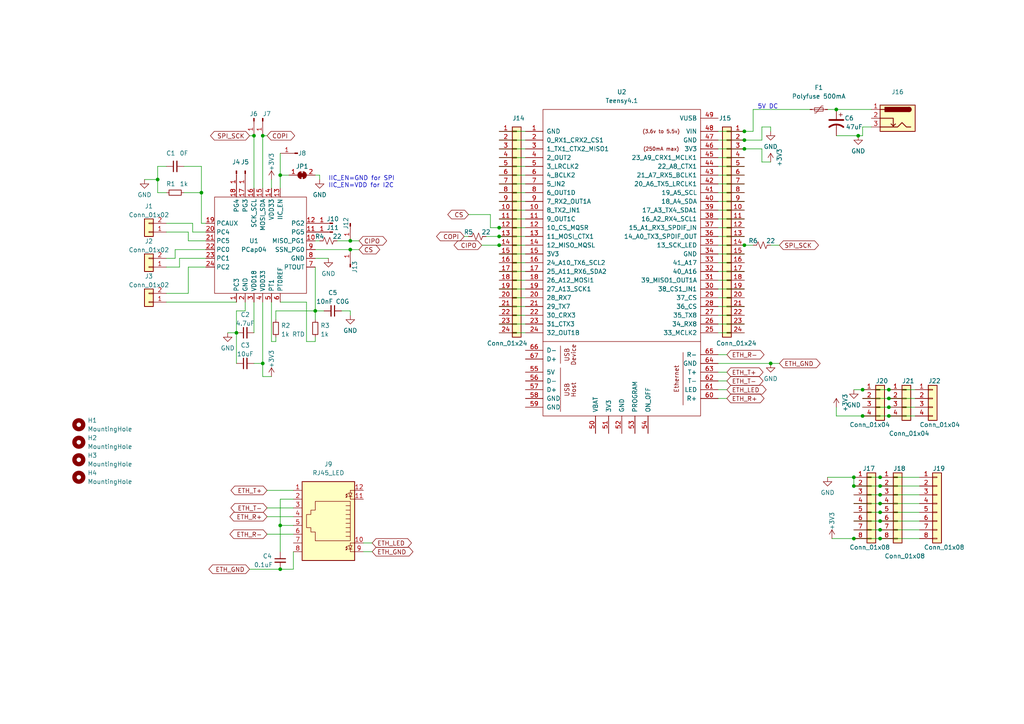
<source format=kicad_sch>
(kicad_sch (version 20211123) (generator eeschema)
  (paper "A4")
  (lib_symbols
    (symbol "C_Small_1" (pin_numbers hide) (pin_names (offset 0.254) hide)
      (property "Reference" "C?" (at 0.0063 5.2619 90))
      (property "Value" "C_Small_1" (at 0.0063 2.725 90))
      (symbol "C_Small_1_1_1"
        (pin passive line (at 0 2.54 270) (length 2.032) (name "~") (number "1"))
        (pin passive line (at 0 -2.54 90) (length 2.032) (name "~") (number "2"))
      )
    )
    (symbol "Connector:Barrel_Jack_Switch_Pin3Ring" (pin_names hide)
      (property "Reference" "J" (at 0 5.334 0))
      (property "Value" "Barrel_Jack_Switch_Pin3Ring" (at 0 -5.08 0))
      (symbol "Barrel_Jack_Switch_Pin3Ring_1_1"
        (pin passive line (at 7.62 2.54 180) (length 2.54) (name "~") (number "1"))
        (pin passive line (at 7.62 0 180) (length 2.54) (name "~") (number "2"))
        (pin passive line (at 7.62 -2.54 180) (length 2.54) (name "~") (number "3"))
      )
    )
    (symbol "Connector:Conn_01x01_Male" (pin_names (offset 1.016) hide)
      (property "Reference" "J" (at 0 2.54 0))
      (property "Value" "Conn_01x01_Male" (at 0 -2.54 0))
      (symbol "Conn_01x01_Male_1_1"
        (pin passive line (at 5.08 0 180) (length 3.81) (name "Pin_1") (number "1"))
      )
    )
    (symbol "Connector:RJ45_LED" (pin_names (offset 1.016))
      (property "Reference" "J" (at -5.08 13.97 0))
      (property "Value" "RJ45_LED" (at 1.27 13.97 0))
      (symbol "RJ45_LED_1_1"
        (pin passive line (at 10.16 -7.62 180) (length 2.54) (name "~") (number "1"))
        (pin passive line (at -10.16 7.62 0) (length 2.54) (name "~") (number "10"))
        (pin passive line (at -10.16 -5.08 0) (length 2.54) (name "~") (number "11"))
        (pin passive line (at -10.16 -7.62 0) (length 2.54) (name "~") (number "12"))
        (pin passive line (at 10.16 -5.08 180) (length 2.54) (name "~") (number "2"))
        (pin passive line (at 10.16 -2.54 180) (length 2.54) (name "~") (number "3"))
        (pin passive line (at 10.16 0 180) (length 2.54) (name "~") (number "4"))
        (pin passive line (at 10.16 2.54 180) (length 2.54) (name "~") (number "5"))
        (pin passive line (at 10.16 5.08 180) (length 2.54) (name "~") (number "6"))
        (pin passive line (at 10.16 7.62 180) (length 2.54) (name "~") (number "7"))
        (pin passive line (at 10.16 10.16 180) (length 2.54) (name "~") (number "8"))
        (pin passive line (at -10.16 10.16 0) (length 2.54) (name "~") (number "9"))
      )
    )
    (symbol "Connector_Generic:Conn_01x02" (pin_names (offset 1.016) hide)
      (property "Reference" "J" (at 0 2.54 0))
      (property "Value" "Conn_01x02" (at 0 -5.08 0))
      (symbol "Conn_01x02_1_1"
        (pin passive line (at -5.08 0 0) (length 3.81) (name "Pin_1") (number "1"))
        (pin passive line (at -5.08 -2.54 0) (length 3.81) (name "Pin_2") (number "2"))
      )
    )
    (symbol "Connector_Generic:Conn_01x04" (pin_names (offset 1.016) hide)
      (property "Reference" "J" (at 0 5.08 0))
      (property "Value" "Conn_01x04" (at 0 -7.62 0))
      (symbol "Conn_01x04_1_1"
        (pin passive line (at -5.08 2.54 0) (length 3.81) (name "Pin_1") (number "1"))
        (pin passive line (at -5.08 0 0) (length 3.81) (name "Pin_2") (number "2"))
        (pin passive line (at -5.08 -2.54 0) (length 3.81) (name "Pin_3") (number "3"))
        (pin passive line (at -5.08 -5.08 0) (length 3.81) (name "Pin_4") (number "4"))
      )
    )
    (symbol "Connector_Generic:Conn_01x08" (pin_names (offset 1.016) hide)
      (property "Reference" "J" (at 0 10.16 0))
      (property "Value" "Conn_01x08" (at 0 -12.7 0))
      (symbol "Conn_01x08_1_1"
        (pin passive line (at -5.08 7.62 0) (length 3.81) (name "Pin_1") (number "1"))
        (pin passive line (at -5.08 5.08 0) (length 3.81) (name "Pin_2") (number "2"))
        (pin passive line (at -5.08 2.54 0) (length 3.81) (name "Pin_3") (number "3"))
        (pin passive line (at -5.08 0 0) (length 3.81) (name "Pin_4") (number "4"))
        (pin passive line (at -5.08 -2.54 0) (length 3.81) (name "Pin_5") (number "5"))
        (pin passive line (at -5.08 -5.08 0) (length 3.81) (name "Pin_6") (number "6"))
        (pin passive line (at -5.08 -7.62 0) (length 3.81) (name "Pin_7") (number "7"))
        (pin passive line (at -5.08 -10.16 0) (length 3.81) (name "Pin_8") (number "8"))
      )
    )
    (symbol "Connector_Generic:Conn_01x24" (pin_names (offset 1.016) hide)
      (property "Reference" "J" (at 0 30.48 0))
      (property "Value" "Conn_01x24" (at 0 -33.02 0))
      (symbol "Conn_01x24_1_1"
        (pin passive line (at -5.08 27.94 0) (length 3.81) (name "Pin_1") (number "1"))
        (pin passive line (at -5.08 5.08 0) (length 3.81) (name "Pin_10") (number "10"))
        (pin passive line (at -5.08 2.54 0) (length 3.81) (name "Pin_11") (number "11"))
        (pin passive line (at -5.08 0 0) (length 3.81) (name "Pin_12") (number "12"))
        (pin passive line (at -5.08 -2.54 0) (length 3.81) (name "Pin_13") (number "13"))
        (pin passive line (at -5.08 -5.08 0) (length 3.81) (name "Pin_14") (number "14"))
        (pin passive line (at -5.08 -7.62 0) (length 3.81) (name "Pin_15") (number "15"))
        (pin passive line (at -5.08 -10.16 0) (length 3.81) (name "Pin_16") (number "16"))
        (pin passive line (at -5.08 -12.7 0) (length 3.81) (name "Pin_17") (number "17"))
        (pin passive line (at -5.08 -15.24 0) (length 3.81) (name "Pin_18") (number "18"))
        (pin passive line (at -5.08 -17.78 0) (length 3.81) (name "Pin_19") (number "19"))
        (pin passive line (at -5.08 25.4 0) (length 3.81) (name "Pin_2") (number "2"))
        (pin passive line (at -5.08 -20.32 0) (length 3.81) (name "Pin_20") (number "20"))
        (pin passive line (at -5.08 -22.86 0) (length 3.81) (name "Pin_21") (number "21"))
        (pin passive line (at -5.08 -25.4 0) (length 3.81) (name "Pin_22") (number "22"))
        (pin passive line (at -5.08 -27.94 0) (length 3.81) (name "Pin_23") (number "23"))
        (pin passive line (at -5.08 -30.48 0) (length 3.81) (name "Pin_24") (number "24"))
        (pin passive line (at -5.08 22.86 0) (length 3.81) (name "Pin_3") (number "3"))
        (pin passive line (at -5.08 20.32 0) (length 3.81) (name "Pin_4") (number "4"))
        (pin passive line (at -5.08 17.78 0) (length 3.81) (name "Pin_5") (number "5"))
        (pin passive line (at -5.08 15.24 0) (length 3.81) (name "Pin_6") (number "6"))
        (pin passive line (at -5.08 12.7 0) (length 3.81) (name "Pin_7") (number "7"))
        (pin passive line (at -5.08 10.16 0) (length 3.81) (name "Pin_8") (number "8"))
        (pin passive line (at -5.08 7.62 0) (length 3.81) (name "Pin_9") (number "9"))
      )
    )
    (symbol "Device:C_Polarized_US" (pin_numbers hide) (pin_names (offset 0.254) hide)
      (property "Reference" "C" (at 0.635 2.54 0))
      (property "Value" "C_Polarized_US" (at 0.635 -2.54 0))
      (symbol "C_Polarized_US_1_1"
        (pin passive line (at 0 3.81 270) (length 2.794) (name "~") (number "1"))
        (pin passive line (at 0 -3.81 90) (length 3.302) (name "~") (number "2"))
      )
    )
    (symbol "Device:C_Small" (pin_numbers hide) (pin_names (offset 0.254) hide)
      (property "Reference" "C" (at 0.254 1.778 0))
      (property "Value" "C_Small" (at 0.254 -2.032 0))
      (symbol "C_Small_1_1"
        (pin passive line (at 0 2.54 270) (length 2.032) (name "~") (number "1"))
        (pin passive line (at 0 -2.54 90) (length 2.032) (name "~") (number "2"))
      )
    )
    (symbol "Device:Polyfuse_Small" (pin_numbers hide) (pin_names (offset 0))
      (property "Reference" "F" (at -1.905 0 90))
      (property "Value" "Polyfuse_Small" (at 1.905 0 90))
      (symbol "Polyfuse_Small_1_1"
        (pin passive line (at 0 2.54 270) (length 0.635) (name "~") (number "1"))
        (pin passive line (at 0 -2.54 90) (length 0.635) (name "~") (number "2"))
      )
    )
    (symbol "Device:R_Small" (pin_numbers hide) (pin_names (offset 0.254) hide)
      (property "Reference" "R" (at 0.762 0.508 0))
      (property "Value" "R_Small" (at 0.762 -1.016 0))
      (symbol "R_Small_1_1"
        (pin passive line (at 0 2.54 270) (length 0.762) (name "~") (number "1"))
        (pin passive line (at 0 -2.54 90) (length 0.762) (name "~") (number "2"))
      )
    )
    (symbol "Device:R_Small_US" (pin_numbers hide) (pin_names (offset 0.254) hide)
      (property "Reference" "R" (at 0.762 0.508 0))
      (property "Value" "R_Small_US" (at 0.762 -1.016 0))
      (symbol "R_Small_US_1_1"
        (pin passive line (at 0 2.54 270) (length 1.016) (name "~") (number "1"))
        (pin passive line (at 0 -2.54 90) (length 1.016) (name "~") (number "2"))
      )
    )
    (symbol "Jumper:SolderJumper_2_Bridged" (pin_names (offset 0) hide)
      (property "Reference" "JP" (at 0 2.032 0))
      (property "Value" "SolderJumper_2_Bridged" (at 0 -2.54 0))
      (symbol "SolderJumper_2_Bridged_1_1"
        (pin passive line (at -3.81 0 0) (length 2.54) (name "A") (number "1"))
        (pin passive line (at 3.81 0 180) (length 2.54) (name "B") (number "2"))
      )
    )
    (symbol "Mechanical:MountingHole" (pin_names (offset 1.016))
      (property "Reference" "H" (at 0 5.08 0))
      (property "Value" "MountingHole" (at 0 3.175 0))
    )
    (symbol "Teensy:Teensy4.1" (pin_names (offset 1.016))
      (property "Reference" "U" (at 0 64.77 0))
      (property "Value" "Teensy4.1" (at 0 62.23 0))
      (symbol "Teensy4.1_0_0"
        (text "(250mA max)" (at 11.43 49.53 0) (effects (font (size 1.016 1.016))))
        (text "(3.6v to 5.5v)" (at 11.43 54.61 0) (effects (font (size 1.016 1.016))))
        (text "Device" (at -13.97 -10.16 900) (effects (font (size 1.27 1.27))))
        (text "Ethernet" (at 15.875 -17.145 900) (effects (font (size 1.27 1.27))))
        (text "Host" (at -13.97 -20.32 900) (effects (font (size 1.27 1.27))))
        (text "USB" (at -15.875 -20.32 900) (effects (font (size 1.27 1.27))))
        (text "USB" (at -15.875 -10.16 900) (effects (font (size 1.27 1.27))))
        (pin bidirectional line (at -27.94 31.75 0) (length 5.08) (name "8_TX2_IN1") (number "10"))
        (pin bidirectional line (at -27.94 29.21 0) (length 5.08) (name "9_OUT1C") (number "11"))
        (pin bidirectional line (at -27.94 26.67 0) (length 5.08) (name "10_CS_MQSR") (number "12"))
        (pin bidirectional line (at -27.94 24.13 0) (length 5.08) (name "11_MOSI_CTX1") (number "13"))
        (pin bidirectional line (at -27.94 21.59 0) (length 5.08) (name "12_MISO_MQSL") (number "14"))
        (pin power_in line (at -27.94 19.05 0) (length 5.08) (name "3V3") (number "15"))
        (pin bidirectional line (at -27.94 16.51 0) (length 5.08) (name "24_A10_TX6_SCL2") (number "16"))
        (pin bidirectional line (at -27.94 13.97 0) (length 5.08) (name "25_A11_RX6_SDA2") (number "17"))
        (pin bidirectional line (at -27.94 11.43 0) (length 5.08) (name "26_A12_MOSI1") (number "18"))
        (pin bidirectional line (at -27.94 8.89 0) (length 5.08) (name "27_A13_SCK1") (number "19"))
        (pin bidirectional line (at -27.94 6.35 0) (length 5.08) (name "28_RX7") (number "20"))
        (pin bidirectional line (at -27.94 3.81 0) (length 5.08) (name "29_TX7") (number "21"))
        (pin bidirectional line (at -27.94 1.27 0) (length 5.08) (name "30_CRX3") (number "22"))
        (pin bidirectional line (at -27.94 -1.27 0) (length 5.08) (name "31_CTX3") (number "23"))
        (pin bidirectional line (at -27.94 -3.81 0) (length 5.08) (name "32_OUT1B") (number "24"))
        (pin bidirectional line (at 27.94 -3.81 180) (length 5.08) (name "33_MCLK2") (number "25"))
        (pin bidirectional line (at 27.94 -1.27 180) (length 5.08) (name "34_RX8") (number "26"))
        (pin bidirectional line (at 27.94 1.27 180) (length 5.08) (name "35_TX8") (number "27"))
        (pin bidirectional line (at 27.94 3.81 180) (length 5.08) (name "36_CS") (number "28"))
        (pin bidirectional line (at 27.94 6.35 180) (length 5.08) (name "37_CS") (number "29"))
        (pin bidirectional line (at 27.94 8.89 180) (length 5.08) (name "38_CS1_IN1") (number "30"))
        (pin bidirectional line (at 27.94 11.43 180) (length 5.08) (name "39_MISO1_OUT1A") (number "31"))
        (pin bidirectional line (at 27.94 13.97 180) (length 5.08) (name "40_A16") (number "32"))
        (pin bidirectional line (at 27.94 16.51 180) (length 5.08) (name "41_A17") (number "33"))
        (pin bidirectional line (at 27.94 21.59 180) (length 5.08) (name "13_SCK_LED") (number "35"))
        (pin bidirectional line (at 27.94 24.13 180) (length 5.08) (name "14_A0_TX3_SPDIF_OUT") (number "36"))
        (pin bidirectional line (at 27.94 26.67 180) (length 5.08) (name "15_A1_RX3_SPDIF_IN") (number "37"))
        (pin bidirectional line (at 27.94 29.21 180) (length 5.08) (name "16_A2_RX4_SCL1") (number "38"))
        (pin bidirectional line (at 27.94 31.75 180) (length 5.08) (name "17_A3_TX4_SDA1") (number "39"))
        (pin bidirectional line (at 27.94 34.29 180) (length 5.08) (name "18_A4_SDA") (number "40"))
        (pin bidirectional line (at 27.94 36.83 180) (length 5.08) (name "19_A5_SCL") (number "41"))
        (pin bidirectional line (at 27.94 39.37 180) (length 5.08) (name "20_A6_TX5_LRCLK1") (number "42"))
        (pin bidirectional line (at 27.94 41.91 180) (length 5.08) (name "21_A7_RX5_BCLK1") (number "43"))
        (pin bidirectional line (at 27.94 44.45 180) (length 5.08) (name "22_A8_CTX1") (number "44"))
        (pin bidirectional line (at 27.94 46.99 180) (length 5.08) (name "23_A9_CRX1_MCLK1") (number "45"))
        (pin output line (at 27.94 49.53 180) (length 5.08) (name "3V3") (number "46"))
        (pin output line (at 27.94 52.07 180) (length 5.08) (name "GND") (number "47"))
        (pin power_in line (at 27.94 54.61 180) (length 5.08) (name "VIN") (number "48"))
        (pin power_out line (at 27.94 58.42 180) (length 5.08) (name "VUSB") (number "49"))
        (pin bidirectional line (at -27.94 44.45 0) (length 5.08) (name "3_LRCLK2") (number "5"))
        (pin power_in line (at -7.62 -33.02 90) (length 5.08) (name "VBAT") (number "50"))
        (pin power_in line (at -3.81 -33.02 90) (length 5.08) (name "3V3") (number "51"))
        (pin input line (at 0 -33.02 90) (length 5.08) (name "GND") (number "52"))
        (pin input line (at 3.81 -33.02 90) (length 5.08) (name "PROGRAM") (number "53"))
        (pin input line (at 7.62 -33.02 90) (length 5.08) (name "ON_OFF") (number "54"))
        (pin power_out line (at -27.94 -15.24 0) (length 5.08) (name "5V") (number "55"))
        (pin bidirectional line (at -27.94 -17.78 0) (length 5.08) (name "D-") (number "56"))
        (pin bidirectional line (at -27.94 -20.32 0) (length 5.08) (name "D+") (number "57"))
        (pin power_in line (at -27.94 -22.86 0) (length 5.08) (name "GND") (number "58"))
        (pin power_in line (at -27.94 -25.4 0) (length 5.08) (name "GND") (number "59"))
        (pin bidirectional line (at -27.94 41.91 0) (length 5.08) (name "4_BCLK2") (number "6"))
        (pin bidirectional line (at 27.94 -22.86 180) (length 5.08) (name "R+") (number "60"))
        (pin bidirectional line (at 27.94 -20.32 180) (length 5.08) (name "LED") (number "61"))
        (pin bidirectional line (at 27.94 -17.78 180) (length 5.08) (name "T-") (number "62"))
        (pin bidirectional line (at 27.94 -15.24 180) (length 5.08) (name "T+") (number "63"))
        (pin power_in line (at 27.94 -12.7 180) (length 5.08) (name "GND") (number "64"))
        (pin bidirectional line (at 27.94 -10.16 180) (length 5.08) (name "R-") (number "65"))
        (pin bidirectional line (at -27.94 -8.89 0) (length 5.08) (name "D-") (number "66"))
        (pin bidirectional line (at -27.94 -11.43 0) (length 5.08) (name "D+") (number "67"))
        (pin bidirectional line (at -27.94 39.37 0) (length 5.08) (name "5_IN2") (number "7"))
        (pin bidirectional line (at -27.94 36.83 0) (length 5.08) (name "6_OUT1D") (number "8"))
        (pin bidirectional line (at -27.94 34.29 0) (length 5.08) (name "7_RX2_OUT1A") (number "9"))
      )
      (symbol "Teensy4.1_1_1"
        (pin power_in line (at -27.94 54.61 0) (length 5.08) (name "GND") (number "1"))
        (pin bidirectional line (at -27.94 52.07 0) (length 5.08) (name "0_RX1_CRX2_CS1") (number "2"))
        (pin bidirectional line (at -27.94 49.53 0) (length 5.08) (name "1_TX1_CTX2_MISO1") (number "3"))
        (pin power_in line (at 27.94 19.05 180) (length 5.08) (name "GND") (number "34"))
        (pin bidirectional line (at -27.94 46.99 0) (length 5.08) (name "2_OUT2") (number "4"))
      )
    )
    (symbol "TeensyPicoCap4:PCap04"
      (property "Reference" "U" (at -1.27 -2.54 0))
      (property "Value" "PCap04" (at -1.27 2.54 0))
      (symbol "PCap04_1_1"
        (pin input line (at -6.35 -16.51 90) (length 2.54) (name "PC3") (number "1"))
        (pin input line (at 16.51 1.27 180) (length 2.54) (name "MISO_PG1") (number "10"))
        (pin input line (at 16.51 3.81 180) (length 2.54) (name "PG5") (number "11"))
        (pin input line (at 16.51 6.35 180) (length 2.54) (name "PG2") (number "12"))
        (pin input line (at 6.35 16.51 270) (length 2.54) (name "IIC_EN") (number "13"))
        (pin input line (at 3.81 16.51 270) (length 2.54) (name "VDD33") (number "14"))
        (pin input line (at 1.27 16.51 270) (length 2.54) (name "MOSI_SDA") (number "15"))
        (pin input line (at -1.27 16.51 270) (length 2.54) (name "SCK_SCL") (number "16"))
        (pin input line (at -3.81 16.51 270) (length 2.54) (name "PG3") (number "17"))
        (pin input line (at -6.35 16.51 270) (length 2.54) (name "PG4") (number "18"))
        (pin input line (at -15.24 6.35 0) (length 2.54) (name "PCAUX") (number "19"))
        (pin input line (at -3.81 -16.51 90) (length 2.54) (name "GND") (number "2"))
        (pin input line (at -15.24 3.81 0) (length 2.54) (name "PC4") (number "20"))
        (pin input line (at -15.24 1.27 0) (length 2.54) (name "PC5") (number "21"))
        (pin input line (at -15.24 -1.27 0) (length 2.54) (name "PC0") (number "22"))
        (pin input line (at -15.24 -3.81 0) (length 2.54) (name "PC1") (number "23"))
        (pin input line (at -15.24 -6.35 0) (length 2.54) (name "PC2") (number "24"))
        (pin input line (at -1.27 -16.51 90) (length 2.54) (name "VDD18") (number "3"))
        (pin input line (at 1.27 -16.51 90) (length 2.54) (name "VDD33") (number "4"))
        (pin input line (at 3.81 -16.51 90) (length 2.54) (name "PT1") (number "5"))
        (pin input line (at 6.35 -16.51 90) (length 2.54) (name "PT0REF") (number "6"))
        (pin output line (at 16.51 -6.35 180) (length 2.54) (name "PTOUT") (number "7"))
        (pin input line (at 16.51 -3.81 180) (length 2.54) (name "GND") (number "8"))
        (pin input line (at 16.51 -1.27 180) (length 2.54) (name "SSN_PG0") (number "9"))
      )
    )
    (symbol "power:+3V3" (power) (pin_names (offset 0))
      (property "Value" "+3V3" (at 0 3.556 0))
      (symbol "+3V3_1_1"
        (pin power_in line (at 0 0 90) (length 0) hide (name "+3V3") (number "1"))
      )
    )
    (symbol "power:GND" (power) (pin_names (offset 0))
      (property "Value" "GND" (at 0 -3.81 0))
      (symbol "GND_1_1"
        (pin power_in line (at 0 0 270) (length 0) hide (name "GND") (number "1"))
      )
    )
  )
  (junction (at 144.78 71.12))
  (junction (at 257.81 115.57))
  (junction (at 257.81 120.65))
  (junction (at 81.28 165.1))
  (junction (at 101.6 72.39))
  (junction (at 215.9 43.18))
  (junction (at 250.19 113.03))
  (junction (at 144.78 68.58))
  (junction (at 257.81 113.03))
  (junction (at 215.9 71.12))
  (junction (at 68.58 96.52))
  (junction (at 45.72 52.07))
  (junction (at 81.28 152.4))
  (junction (at 255.27 140.97))
  (junction (at 215.9 40.64))
  (junction (at 73.66 39.37))
  (junction (at 58.42 55.88))
  (junction (at 144.78 66.04))
  (junction (at 91.44 90.17))
  (junction (at 255.27 151.13))
  (junction (at 255.27 156.21))
  (junction (at 76.2 105.41))
  (junction (at 215.9 38.1))
  (junction (at 247.65 156.21))
  (junction (at 255.27 148.59))
  (junction (at 255.27 138.43))
  (junction (at 255.27 153.67))
  (junction (at 255.27 146.05))
  (junction (at 247.65 138.43))
  (junction (at 255.27 143.51))
  (junction (at 248.92 39.37))
  (junction (at 81.28 50.8))
  (junction (at 250.19 120.65))
  (junction (at 76.2 39.37))
  (junction (at 242.57 31.75))
  (junction (at 257.81 118.11))
  (junction (at 101.6 69.85))
  (junction (at 247.65 140.97))
  (junction (at 223.52 105.41))
  (wire (pts (xy 257.81 115.57) (xy 265.43 115.57)))
  (wire (pts (xy 55.88 67.31) (xy 55.88 64.77)))
  (wire (pts (xy 81.28 50.8) (xy 83.82 50.8)))
  (wire (pts (xy 45.72 52.07) (xy 45.72 55.88)))
  (wire (pts (xy 71.12 87.63) (xy 71.12 90.17)))
  (wire (pts (xy 77.47 147.32) (xy 85.09 147.32)))
  (wire (pts (xy 80.01 92.71) (xy 80.01 90.17)))
  (wire (pts (xy 81.28 50.8) (xy 81.28 54.61)))
  (wire (pts (xy 208.28 107.95) (xy 210.82 107.95)))
  (wire (pts (xy 250.19 36.83) (xy 250.19 39.37)))
  (wire (pts (xy 91.44 50.8) (xy 92.71 50.8)))
  (wire (pts (xy 255.27 153.67) (xy 266.7 153.67)))
  (wire (pts (xy 208.28 53.34) (xy 215.9 53.34)))
  (wire (pts (xy 72.39 39.37) (xy 73.66 39.37)))
  (wire (pts (xy 208.28 55.88) (xy 215.9 55.88)))
  (wire (pts (xy 134.62 68.58) (xy 135.89 68.58)))
  (wire (pts (xy 241.3 156.21) (xy 247.65 156.21)))
  (wire (pts (xy 250.19 39.37) (xy 248.92 39.37)))
  (wire (pts (xy 255.27 156.21) (xy 266.7 156.21)))
  (wire (pts (xy 250.19 120.65) (xy 257.81 120.65)))
  (wire (pts (xy 208.28 68.58) (xy 215.9 68.58)))
  (wire (pts (xy 208.28 78.74) (xy 215.9 78.74)))
  (wire (pts (xy 144.78 66.04) (xy 152.4 66.04)))
  (wire (pts (xy 144.78 73.66) (xy 152.4 73.66)))
  (wire (pts (xy 247.65 140.97) (xy 255.27 140.97)))
  (wire (pts (xy 247.65 138.43) (xy 255.27 138.43)))
  (wire (pts (xy 144.78 48.26) (xy 152.4 48.26)))
  (wire (pts (xy 220.98 46.99) (xy 220.98 43.18)))
  (wire (pts (xy 88.9 99.06) (xy 88.9 87.63)))
  (wire (pts (xy 144.78 86.36) (xy 152.4 86.36)))
  (wire (pts (xy 48.26 67.31) (xy 54.61 67.31)))
  (wire (pts (xy 101.6 72.39) (xy 104.14 72.39)))
  (wire (pts (xy 78.74 109.22) (xy 76.2 109.22)))
  (wire (pts (xy 54.61 85.09) (xy 54.61 77.47)))
  (wire (pts (xy 91.44 74.93) (xy 95.25 74.93)))
  (wire (pts (xy 208.28 88.9) (xy 215.9 88.9)))
  (wire (pts (xy 208.28 102.87) (xy 210.82 102.87)))
  (wire (pts (xy 144.78 68.58) (xy 152.4 68.58)))
  (wire (pts (xy 144.78 96.52) (xy 152.4 96.52)))
  (wire (pts (xy 85.09 165.1) (xy 85.09 160.02)))
  (wire (pts (xy 247.65 156.21) (xy 255.27 156.21)))
  (wire (pts (xy 208.28 50.8) (xy 215.9 50.8)))
  (wire (pts (xy 257.81 113.03) (xy 265.43 113.03)))
  (wire (pts (xy 144.78 40.64) (xy 152.4 40.64)))
  (wire (pts (xy 135.89 62.23) (xy 142.24 62.23)))
  (wire (pts (xy 81.28 152.4) (xy 81.28 160.02)))
  (wire (pts (xy 144.78 63.5) (xy 152.4 63.5)))
  (wire (pts (xy 76.2 39.37) (xy 77.47 39.37)))
  (wire (pts (xy 247.65 148.59) (xy 255.27 148.59)))
  (wire (pts (xy 142.24 66.04) (xy 144.78 66.04)))
  (wire (pts (xy 208.28 91.44) (xy 215.9 91.44)))
  (wire (pts (xy 80.01 97.79) (xy 80.01 99.06)))
  (wire (pts (xy 208.28 76.2) (xy 215.9 76.2)))
  (wire (pts (xy 66.04 96.52) (xy 68.58 96.52)))
  (wire (pts (xy 80.01 90.17) (xy 91.44 90.17)))
  (wire (pts (xy 257.81 118.11) (xy 265.43 118.11)))
  (wire (pts (xy 105.41 160.02) (xy 107.95 160.02)))
  (wire (pts (xy 48.26 87.63) (xy 68.58 87.63)))
  (wire (pts (xy 91.44 90.17) (xy 93.98 90.17)))
  (wire (pts (xy 73.66 87.63) (xy 73.66 96.52)))
  (wire (pts (xy 54.61 69.85) (xy 59.69 69.85)))
  (wire (pts (xy 91.44 97.79) (xy 91.44 99.06)))
  (wire (pts (xy 208.28 58.42) (xy 215.9 58.42)))
  (wire (pts (xy 218.44 31.75) (xy 234.95 31.75)))
  (wire (pts (xy 92.71 50.8) (xy 92.71 52.07)))
  (wire (pts (xy 68.58 96.52) (xy 68.58 105.41)))
  (wire (pts (xy 208.28 113.03) (xy 210.82 113.03)))
  (wire (pts (xy 144.78 43.18) (xy 152.4 43.18)))
  (wire (pts (xy 252.73 31.75) (xy 242.57 31.75)))
  (wire (pts (xy 208.28 63.5) (xy 215.9 63.5)))
  (wire (pts (xy 144.78 76.2) (xy 152.4 76.2)))
  (wire (pts (xy 208.28 115.57) (xy 210.82 115.57)))
  (wire (pts (xy 223.52 46.99) (xy 220.98 46.99)))
  (wire (pts (xy 45.72 55.88) (xy 48.26 55.88)))
  (wire (pts (xy 215.9 38.1) (xy 218.44 38.1)))
  (wire (pts (xy 88.9 87.63) (xy 81.28 87.63)))
  (wire (pts (xy 247.65 151.13) (xy 255.27 151.13)))
  (wire (pts (xy 255.27 140.97) (xy 266.7 140.97)))
  (wire (pts (xy 144.78 45.72) (xy 152.4 45.72)))
  (wire (pts (xy 76.2 39.37) (xy 76.2 54.61)))
  (wire (pts (xy 78.74 99.06) (xy 78.74 87.63)))
  (wire (pts (xy 91.44 72.39) (xy 101.6 72.39)))
  (wire (pts (xy 101.6 90.17) (xy 101.6 91.44)))
  (wire (pts (xy 208.28 73.66) (xy 215.9 73.66)))
  (wire (pts (xy 250.19 118.11) (xy 257.81 118.11)))
  (wire (pts (xy 144.78 78.74) (xy 152.4 78.74)))
  (wire (pts (xy 81.28 144.78) (xy 81.28 152.4)))
  (wire (pts (xy 144.78 81.28) (xy 152.4 81.28)))
  (wire (pts (xy 73.66 39.37) (xy 73.66 54.61)))
  (wire (pts (xy 144.78 91.44) (xy 152.4 91.44)))
  (wire (pts (xy 255.27 146.05) (xy 266.7 146.05)))
  (wire (pts (xy 77.47 142.24) (xy 85.09 142.24)))
  (wire (pts (xy 101.6 69.85) (xy 104.14 69.85)))
  (wire (pts (xy 85.09 144.78) (xy 81.28 144.78)))
  (wire (pts (xy 80.01 99.06) (xy 78.74 99.06)))
  (wire (pts (xy 48.26 74.93) (xy 50.8 74.93)))
  (wire (pts (xy 59.69 67.31) (xy 55.88 67.31)))
  (wire (pts (xy 208.28 105.41) (xy 223.52 105.41)))
  (wire (pts (xy 91.44 90.17) (xy 91.44 92.71)))
  (wire (pts (xy 54.61 77.47) (xy 59.69 77.47)))
  (wire (pts (xy 248.92 39.37) (xy 242.57 39.37)))
  (wire (pts (xy 215.9 40.64) (xy 220.98 40.64)))
  (wire (pts (xy 242.57 118.11) (xy 242.57 120.65)))
  (wire (pts (xy 142.24 62.23) (xy 142.24 66.04)))
  (wire (pts (xy 97.79 69.85) (xy 101.6 69.85)))
  (wire (pts (xy 255.27 151.13) (xy 266.7 151.13)))
  (wire (pts (xy 208.28 83.82) (xy 215.9 83.82)))
  (wire (pts (xy 208.28 40.64) (xy 215.9 40.64)))
  (wire (pts (xy 71.12 90.17) (xy 68.58 90.17)))
  (wire (pts (xy 240.03 31.75) (xy 242.57 31.75)))
  (wire (pts (xy 50.8 72.39) (xy 59.69 72.39)))
  (wire (pts (xy 76.2 109.22) (xy 76.2 105.41)))
  (wire (pts (xy 218.44 38.1) (xy 218.44 31.75)))
  (wire (pts (xy 250.19 113.03) (xy 257.81 113.03)))
  (wire (pts (xy 144.78 50.8) (xy 152.4 50.8)))
  (wire (pts (xy 223.52 71.12) (xy 226.06 71.12)))
  (wire (pts (xy 144.78 88.9) (xy 152.4 88.9)))
  (wire (pts (xy 208.28 45.72) (xy 215.9 45.72)))
  (wire (pts (xy 208.28 60.96) (xy 215.9 60.96)))
  (wire (pts (xy 48.26 77.47) (xy 52.07 77.47)))
  (wire (pts (xy 58.42 48.26) (xy 58.42 55.88)))
  (wire (pts (xy 76.2 87.63) (xy 76.2 105.41)))
  (wire (pts (xy 54.61 67.31) (xy 54.61 69.85)))
  (wire (pts (xy 255.27 143.51) (xy 266.7 143.51)))
  (wire (pts (xy 91.44 69.85) (xy 92.71 69.85)))
  (wire (pts (xy 139.7 71.12) (xy 144.78 71.12)))
  (wire (pts (xy 144.78 71.12) (xy 152.4 71.12)))
  (wire (pts (xy 45.72 48.26) (xy 45.72 52.07)))
  (wire (pts (xy 144.78 83.82) (xy 152.4 83.82)))
  (wire (pts (xy 252.73 36.83) (xy 250.19 36.83)))
  (wire (pts (xy 247.65 153.67) (xy 255.27 153.67)))
  (wire (pts (xy 144.78 53.34) (xy 152.4 53.34)))
  (wire (pts (xy 144.78 55.88) (xy 152.4 55.88)))
  (wire (pts (xy 77.47 154.94) (xy 85.09 154.94)))
  (wire (pts (xy 81.28 44.45) (xy 81.28 50.8)))
  (wire (pts (xy 144.78 58.42) (xy 152.4 58.42)))
  (wire (pts (xy 208.28 38.1) (xy 215.9 38.1)))
  (wire (pts (xy 58.42 64.77) (xy 59.69 64.77)))
  (wire (pts (xy 78.74 52.07) (xy 78.74 54.61)))
  (wire (pts (xy 68.58 90.17) (xy 68.58 96.52)))
  (wire (pts (xy 255.27 138.43) (xy 266.7 138.43)))
  (wire (pts (xy 255.27 148.59) (xy 266.7 148.59)))
  (wire (pts (xy 99.06 90.17) (xy 101.6 90.17)))
  (wire (pts (xy 105.41 157.48) (xy 107.95 157.48)))
  (wire (pts (xy 208.28 48.26) (xy 215.9 48.26)))
  (wire (pts (xy 247.65 113.03) (xy 250.19 113.03)))
  (wire (pts (xy 48.26 48.26) (xy 45.72 48.26)))
  (wire (pts (xy 85.09 152.4) (xy 81.28 152.4)))
  (wire (pts (xy 208.28 66.04) (xy 215.9 66.04)))
  (wire (pts (xy 144.78 38.1) (xy 152.4 38.1)))
  (wire (pts (xy 257.81 120.65) (xy 265.43 120.65)))
  (wire (pts (xy 240.03 138.43) (xy 247.65 138.43)))
  (wire (pts (xy 208.28 93.98) (xy 215.9 93.98)))
  (wire (pts (xy 59.69 74.93) (xy 52.07 74.93)))
  (wire (pts (xy 223.52 36.83) (xy 223.52 38.1)))
  (wire (pts (xy 91.44 77.47) (xy 91.44 90.17)))
  (wire (pts (xy 220.98 40.64) (xy 220.98 36.83)))
  (wire (pts (xy 223.52 105.41) (xy 226.06 105.41)))
  (wire (pts (xy 208.28 43.18) (xy 215.9 43.18)))
  (wire (pts (xy 144.78 60.96) (xy 152.4 60.96)))
  (wire (pts (xy 81.28 165.1) (xy 85.09 165.1)))
  (wire (pts (xy 208.28 86.36) (xy 215.9 86.36)))
  (wire (pts (xy 53.34 55.88) (xy 58.42 55.88)))
  (wire (pts (xy 208.28 81.28) (xy 215.9 81.28)))
  (wire (pts (xy 41.91 52.07) (xy 45.72 52.07)))
  (wire (pts (xy 247.65 143.51) (xy 255.27 143.51)))
  (wire (pts (xy 91.44 99.06) (xy 88.9 99.06)))
  (wire (pts (xy 77.47 149.86) (xy 85.09 149.86)))
  (wire (pts (xy 215.9 43.18) (xy 220.98 43.18)))
  (wire (pts (xy 52.07 74.93) (xy 52.07 77.47)))
  (wire (pts (xy 247.65 138.43) (xy 247.65 140.97)))
  (wire (pts (xy 73.66 105.41) (xy 76.2 105.41)))
  (wire (pts (xy 242.57 120.65) (xy 250.19 120.65)))
  (wire (pts (xy 250.19 115.57) (xy 257.81 115.57)))
  (wire (pts (xy 208.28 110.49) (xy 210.82 110.49)))
  (wire (pts (xy 208.28 96.52) (xy 215.9 96.52)))
  (wire (pts (xy 72.39 165.1) (xy 81.28 165.1)))
  (wire (pts (xy 247.65 146.05) (xy 255.27 146.05)))
  (wire (pts (xy 215.9 71.12) (xy 218.44 71.12)))
  (wire (pts (xy 58.42 55.88) (xy 58.42 64.77)))
  (wire (pts (xy 50.8 74.93) (xy 50.8 72.39)))
  (wire (pts (xy 208.28 71.12) (xy 215.9 71.12)))
  (wire (pts (xy 220.98 36.83) (xy 223.52 36.83)))
  (wire (pts (xy 48.26 64.77) (xy 55.88 64.77)))
  (wire (pts (xy 48.26 85.09) (xy 54.61 85.09)))
  (wire (pts (xy 53.34 48.26) (xy 58.42 48.26)))
  (wire (pts (xy 140.97 68.58) (xy 144.78 68.58)))
  (wire (pts (xy 144.78 93.98) (xy 152.4 93.98)))
  (text "5V DC" (at 219.71 31.75 0) (effects (font (size 1.27 1.27)) (justify left bottom)))
  (text "IIC_EN=GND for SPI\nIIC_EN=VDD for I2C" (at 95.25 54.61 0) (effects (font (size 1.27 1.27)) (justify left bottom)))
  (global_label "SPI_SCK" (shape bidirectional) (at 72.39 39.37 180) (property "Intersheet References" "${INTERSHEET_REFS}" (effects hide)))
  (global_label "CIPO" (shape bidirectional) (at 139.7 71.12 180) (property "Intersheet References" "${INTERSHEET_REFS}" (effects hide)))
  (global_label "ETH_GND" (shape bidirectional) (at 72.39 165.1 180) (property "Intersheet References" "${INTERSHEET_REFS}" (effects hide)))
  (global_label "ETH_T+" (shape bidirectional) (at 77.47 142.24 180) (property "Intersheet References" "${INTERSHEET_REFS}" (effects hide)))
  (global_label "ETH_GND" (shape bidirectional) (at 226.06 105.41 0) (property "Intersheet References" "${INTERSHEET_REFS}" (effects hide)))
  (global_label "ETH_R-" (shape bidirectional) (at 210.82 102.87 0) (property "Intersheet References" "${INTERSHEET_REFS}" (effects hide)))
  (global_label "ETH_R+" (shape bidirectional) (at 210.82 115.57 0) (property "Intersheet References" "${INTERSHEET_REFS}" (effects hide)))
  (global_label "ETH_LED" (shape bidirectional) (at 210.82 113.03 0) (property "Intersheet References" "${INTERSHEET_REFS}" (effects hide)))
  (global_label "ETH_T+" (shape bidirectional) (at 210.82 107.95 0) (property "Intersheet References" "${INTERSHEET_REFS}" (effects hide)))
  (global_label "SPI_SCK" (shape bidirectional) (at 226.06 71.12 0) (property "Intersheet References" "${INTERSHEET_REFS}" (effects hide)))
  (global_label "ETH_R-" (shape bidirectional) (at 77.47 154.94 180) (property "Intersheet References" "${INTERSHEET_REFS}" (effects hide)))
  (global_label "ETH_T-" (shape bidirectional) (at 210.82 110.49 0) (property "Intersheet References" "${INTERSHEET_REFS}" (effects hide)))
  (global_label "CS" (shape bidirectional) (at 135.89 62.23 180) (property "Intersheet References" "${INTERSHEET_REFS}" (effects hide)))
  (global_label "ETH_R+" (shape bidirectional) (at 77.47 149.86 180) (property "Intersheet References" "${INTERSHEET_REFS}" (effects hide)))
  (global_label "COPI" (shape bidirectional) (at 77.47 39.37 0) (property "Intersheet References" "${INTERSHEET_REFS}" (effects hide)))
  (global_label "ETH_LED" (shape bidirectional) (at 107.95 157.48 0) (property "Intersheet References" "${INTERSHEET_REFS}" (effects hide)))
  (global_label "CIPO" (shape bidirectional) (at 104.14 69.85 0) (property "Intersheet References" "${INTERSHEET_REFS}" (effects hide)))
  (global_label "COPI" (shape bidirectional) (at 134.62 68.58 180) (property "Intersheet References" "${INTERSHEET_REFS}" (effects hide)))
  (global_label "CS" (shape bidirectional) (at 104.14 72.39 0) (property "Intersheet References" "${INTERSHEET_REFS}" (effects hide)))
  (global_label "ETH_GND" (shape bidirectional) (at 107.95 160.02 0) (property "Intersheet References" "${INTERSHEET_REFS}" (effects hide)))
  (global_label "ETH_T-" (shape bidirectional) (at 77.47 147.32 180) (property "Intersheet References" "${INTERSHEET_REFS}" (effects hide)))
  (symbol (lib_id "Connector_Generic:Conn_01x24") (at 210.82 66.04 0) (mirror y) (unit 1)
    (property "Reference" "J15" (at 212.09 34.29 0) (effects (justify left)))
    (property "Value" "Conn_01x24" (at 219.456 99.568 0) (effects (justify left)))
    (property "Footprint" "Connector_PinHeader_2.54mm:PinHeader_1x24_P2.54mm_Vertical" (effects hide))
  )
  (symbol (lib_name "C_Small_1") (lib_id "Device:C_Small") (at 50.8 48.26 90) (unit 1)
    (property "Reference" "C1" (at 49.53 44.45 90))
    (property "Value" "0F" (at 53.34 44.45 90))
    (property "Footprint" "Capacitor_THT:C_Axial_L5.1mm_D3.1mm_P12.50mm_Horizontal" (effects hide))
  )
  (symbol (lib_id "Connector_Generic:Conn_01x08") (at 252.73 146.05 0) (unit 1)
    (property "Reference" "J17" (at 250.19 135.89 0) (effects (justify left)))
    (property "Value" "Conn_01x08" (at 246.38 158.75 0) (effects (justify left)))
    (property "Footprint" "Connector_PinHeader_2.54mm:PinHeader_1x08_P2.54mm_Vertical" (effects hide))
  )
  (symbol (lib_id "Connector:Conn_01x01_Male") (at 71.12 49.53 270) (unit 1)
    (property "Reference" "J5" (at 69.85 46.99 90) (effects (justify left)))
    (property "Value" "con" (effects hide))
    (property "Footprint" "Connector_Wire:SolderWire-0.5sqmm_1x01_D0.9mm_OD2.1mm" (effects hide))
  )
  (symbol (lib_id "Connector:Conn_01x01_Male") (at 76.2 34.29 270) (unit 1)
    (property "Reference" "J7" (at 76.2 33.02 90) (effects (justify left)))
    (property "Value" "con" (effects hide))
    (property "Footprint" "Connector_Wire:SolderWire-0.5sqmm_1x01_D0.9mm_OD2.1mm" (effects hide))
  )
  (symbol (lib_id "Connector_Generic:Conn_01x04") (at 270.51 115.57 0) (unit 1)
    (property "Reference" "J22" (at 269.24 110.49 0) (effects (justify left)))
    (property "Value" "Conn_01x04" (at 266.7 123.19 0) (effects (justify left)))
    (property "Footprint" "Connector_PinHeader_2.54mm:PinHeader_1x04_P2.54mm_Vertical" (effects hide))
  )
  (symbol (lib_id "power:GND") (at 92.71 52.07 0) (unit 1)
    (property "Reference" "#PWR04" (effects hide))
    (property "Value" "GND" (at 92.71 56.5134 0))
  )
  (symbol (lib_id "power:GND") (at 223.52 105.41 0) (unit 1)
    (property "Reference" "#PWR0103" (effects hide))
    (property "Value" "GND" (at 223.52 109.8534 0))
  )
  (symbol (lib_id "power:GND") (at 101.6 91.44 0) (unit 1)
    (property "Reference" "#PWR06" (effects hide))
    (property "Value" "GND" (at 101.6 95.8834 0))
  )
  (symbol (lib_id "Connector:Barrel_Jack_Switch_Pin3Ring") (at 260.35 34.29 0) (mirror y) (unit 1)
    (property "Reference" "J16" (at 260.35 26.67 0))
    (property "Value" "Barrel_Jack_Switch_Pin3Ring" (effects hide))
    (property "Footprint" "Connector_BarrelJack:BarrelJack_Horizontal" (effects hide))
    (property "Datasheet" "https://www.digikey.com/en/products/detail/cui-devices/PJ-002A/96962?s=N4IgTCBcDaIMIAUC0AGFYCCSByAREAugL5A" (effects hide))
    (property "Digikey" "CP-002A-ND" (effects hide))
  )
  (symbol (lib_id "power:GND") (at 95.25 74.93 0) (unit 1)
    (property "Reference" "#PWR05" (effects hide))
    (property "Value" "GND" (at 95.25 79.3734 0))
  )
  (symbol (lib_id "Device:Polyfuse_Small") (at 237.49 31.75 90) (unit 1)
    (property "Reference" "F1" (at 237.49 25.4 90))
    (property "Value" "Polyfuse 500mA" (at 237.49 27.94 90))
    (property "Footprint" "Fuse:Fuse_1206_3216Metric_Pad1.42x1.75mm_HandSolder" (effects hide))
    (property "Datasheet" "https://www.digikey.com/en/products/detail/littelfuse-inc/1206L050YR/455698" (effects hide))
  )
  (symbol (lib_id "Mechanical:MountingHole") (at 22.86 138.43 0) (unit 1)
    (property "Reference" "H4" (at 25.4 137.1599 0) (effects (justify left)))
    (property "Value" "MountingHole" (at 25.4 139.6999 0) (effects (justify left)))
    (property "Footprint" "MountingHole:MountingHole_3.2mm_M3" (effects hide))
  )
  (symbol (lib_id "Connector:Conn_01x01_Male") (at 73.66 34.29 270) (unit 1)
    (property "Reference" "J6" (at 72.39 33.02 90) (effects (justify left)))
    (property "Value" "Conn_01x01_Male" (effects hide))
    (property "Footprint" "Connector_Wire:SolderWire-0.5sqmm_1x01_D0.9mm_OD2.1mm" (effects hide))
  )
  (symbol (lib_id "power:+3V3") (at 223.52 46.99 0) (unit 1)
    (property "Reference" "#PWR08" (effects hide))
    (property "Value" "+3V3" (at 226.06 45.72 90))
  )
  (symbol (lib_id "Connector:Conn_01x01_Male") (at 96.52 67.31 180) (unit 1)
    (property "Reference" "J11" (at 96.52 66.04 0))
    (property "Value" "Conn_01x01_Male" (effects hide))
    (property "Footprint" "Connector_Wire:SolderWire-0.5sqmm_1x01_D0.9mm_OD2.1mm" (effects hide))
  )
  (symbol (lib_id "Device:C_Small") (at 71.12 105.41 90) (unit 1)
    (property "Reference" "C3" (at 71.1263 100.1481 90))
    (property "Value" "10uF" (at 71.1263 102.685 90))
    (property "Footprint" "Capacitor_SMD:C_0805_2012Metric_Pad1.18x1.45mm_HandSolder" (effects hide))
    (property "Digikey" "1276-1764-1-ND" (effects hide))
  )
  (symbol (lib_id "Connector_Generic:Conn_01x24") (at 149.86 66.04 0) (unit 1)
    (property "Reference" "J14" (at 148.59 34.29 0) (effects (justify left)))
    (property "Value" "Conn_01x24" (at 141.224 99.568 0) (effects (justify left)))
    (property "Footprint" "Connector_PinHeader_2.54mm:PinHeader_1x24_P2.54mm_Vertical" (effects hide))
  )
  (symbol (lib_id "power:GND") (at 240.03 138.43 0) (unit 1)
    (property "Reference" "#PWR0101" (effects hide))
    (property "Value" "GND" (at 240.03 142.8734 0))
  )
  (symbol (lib_id "power:GND") (at 66.04 96.52 0) (unit 1)
    (property "Reference" "#PWR02" (effects hide))
    (property "Value" "GND" (at 66.04 100.9634 0))
  )
  (symbol (lib_id "Connector:Conn_01x01_Male") (at 86.36 44.45 180) (unit 1)
    (property "Reference" "J8" (at 87.63 44.45 0))
    (property "Value" "Conn_01x01_Male" (effects hide))
    (property "Footprint" "Connector_Wire:SolderWire-0.5sqmm_1x01_D0.9mm_OD2.1mm" (effects hide))
  )
  (symbol (lib_id "Connector_Generic:Conn_01x04") (at 255.27 115.57 0) (unit 1)
    (property "Reference" "J20" (at 254 110.49 0) (effects (justify left)))
    (property "Value" "Conn_01x04" (at 246.38 123.19 0) (effects (justify left)))
    (property "Footprint" "Connector_PinHeader_2.54mm:PinHeader_1x04_P2.54mm_Vertical" (effects hide))
  )
  (symbol (lib_id "Device:R_Small") (at 80.01 95.25 0) (unit 1)
    (property "Reference" "R2" (at 81.5086 94.4153 0) (effects (justify left)))
    (property "Value" "1k RTD" (at 81.5086 96.9522 0) (effects (justify left)))
    (property "Footprint" "Resistor_THT:R_Axial_DIN0204_L3.6mm_D1.6mm_P1.90mm_Vertical" (effects hide))
    (property "Digikey" "TT-PT-1000A-2050-11-AUNI-ND" (effects hide))
  )
  (symbol (lib_id "Device:R_Small_US") (at 220.98 71.12 90) (unit 1)
    (property "Reference" "R6" (at 218.44 69.85 90))
    (property "Value" "22" (at 223.52 69.85 90))
    (property "Footprint" "Resistor_SMD:R_0805_2012Metric_Pad1.20x1.40mm_HandSolder" (effects hide))
  )
  (symbol (lib_id "Device:R_Small_US") (at 95.25 69.85 90) (unit 1)
    (property "Reference" "R4" (at 92.71 68.58 90))
    (property "Value" "22" (at 97.79 68.58 90))
    (property "Footprint" "Resistor_SMD:R_0805_2012Metric_Pad1.20x1.40mm_HandSolder" (effects hide))
  )
  (symbol (lib_id "power:+3V3") (at 78.74 52.07 0) (unit 1)
    (property "Reference" "#PWR03" (effects hide))
    (property "Value" "+3V3" (at 78.74 46.99 90))
  )
  (symbol (lib_id "Connector:RJ45_LED") (at 95.25 149.86 180) (unit 1)
    (property "Reference" "J9" (at 95.25 134.62 0))
    (property "Value" "RJ45_LED" (at 95.25 137.16 0))
    (property "Footprint" "Connector_RJ:RJ45_Cetus_J1B1211CCD_Horizontal" (effects hide))
    (property "Datasheet" "https://www.digikey.com/en/products/detail/wiznet/J1B1211CCD/7604176?s=N4IgTCBcDaIDoBcCMYDsAOAtEgDAVjEwDkAREAXQF8g" (effects hide))
    (property "Digikey" "1278-1052-ND" (effects hide))
  )
  (symbol (lib_id "power:+3V3") (at 241.3 156.21 0) (mirror y) (unit 1)
    (property "Reference" "#PWR0102" (effects hide))
    (property "Value" "+3V3" (at 241.3 151.13 90))
  )
  (symbol (lib_id "Device:C_Small") (at 96.52 90.17 270) (unit 1)
    (property "Reference" "C5" (at 96.5136 84.9081 90))
    (property "Value" "10nF C0G" (at 96.5136 87.445 90))
    (property "Footprint" "Capacitor_SMD:C_0805_2012Metric_Pad1.18x1.45mm_HandSolder" (effects hide))
    (property "Digikey" "1292-0805N103J500CT-ND" (effects hide))
  )
  (symbol (lib_id "Device:R_Small") (at 91.44 95.25 0) (unit 1)
    (property "Reference" "R3" (at 92.9386 94.4153 0) (effects (justify left)))
    (property "Value" "1k" (at 92.9386 96.9522 0) (effects (justify left)))
    (property "Footprint" "Resistor_THT:R_Axial_DIN0309_L9.0mm_D3.2mm_P12.70mm_Horizontal" (effects hide))
    (property "Digikey" "273-MOX70031001BZE-ND" (effects hide))
  )
  (symbol (lib_id "Connector_Generic:Conn_01x08") (at 260.35 146.05 0) (unit 1)
    (property "Reference" "J18" (at 259.08 135.89 0) (effects (justify left)))
    (property "Value" "Conn_01x08" (at 256.54 161.29 0) (effects (justify left)))
    (property "Footprint" "Connector_PinHeader_2.54mm:PinHeader_1x08_P2.54mm_Vertical" (effects hide))
  )
  (symbol (lib_id "Device:R_Small_US") (at 138.43 68.58 90) (unit 1)
    (property "Reference" "R5" (at 135.89 67.31 90))
    (property "Value" "22" (at 140.97 67.31 90))
    (property "Footprint" "Resistor_SMD:R_0805_2012Metric_Pad1.20x1.40mm_HandSolder" (effects hide))
  )
  (symbol (lib_id "Teensy:Teensy4.1") (at 180.34 92.71 0) (unit 1)
    (property "Reference" "U2" (at 180.34 26.67 0))
    (property "Value" "Teensy4.1" (at 180.34 29.21 0))
    (property "Footprint" "Teensy:Teensy41" (effects hide))
  )
  (symbol (lib_id "Mechanical:MountingHole") (at 22.86 128.27 0) (unit 1)
    (property "Reference" "H2" (at 25.4 126.9999 0) (effects (justify left)))
    (property "Value" "MountingHole" (at 25.4 129.5399 0) (effects (justify left)))
    (property "Footprint" "MountingHole:MountingHole_3.2mm_M3" (effects hide))
  )
  (symbol (lib_id "power:GND") (at 223.52 38.1 0) (unit 1)
    (property "Reference" "#PWR07" (effects hide))
    (property "Value" "GND" (at 223.52 42.5434 0))
  )
  (symbol (lib_id "Jumper:SolderJumper_2_Bridged") (at 87.63 50.8 0) (unit 1)
    (property "Reference" "JP1" (at 87.63 48.26 0))
    (property "Value" "SolderJumper_2_Bridged" (effects hide))
    (property "Footprint" "Jumper:SolderJumper-2_P1.3mm_Bridged_RoundedPad1.0x1.5mm" (effects hide))
  )
  (symbol (lib_id "Device:C_Polarized_US") (at 242.57 35.56 0) (mirror y) (unit 1)
    (property "Reference" "C6" (at 247.65 34.29 0) (effects (justify left)))
    (property "Value" "47uF" (at 250.19 36.83 0) (effects (justify left)))
    (property "Footprint" "Capacitor_SMD:C_1206_3216Metric_Pad1.33x1.80mm_HandSolder" (effects hide))
    (property "Datasheet" "https://www.digikey.com/en/products/detail/samsung-electro-mechanics/CL31A476MPHNNNE/3888721" (effects hide))
    (property "Digikey" "1276-3063-1-ND" (effects hide))
  )
  (symbol (lib_id "power:GND") (at 248.92 39.37 0) (mirror y) (unit 1)
    (property "Reference" "#PWR09" (effects hide))
    (property "Value" "GND" (at 248.92 43.8134 0))
  )
  (symbol (lib_id "Mechanical:MountingHole") (at 22.86 123.19 0) (unit 1)
    (property "Reference" "H1" (at 25.4 121.9199 0) (effects (justify left)))
    (property "Value" "MountingHole" (at 25.4 124.4599 0) (effects (justify left)))
    (property "Footprint" "MountingHole:MountingHole_3.2mm_M3" (effects hide))
  )
  (symbol (lib_id "power:GND") (at 41.91 52.07 0) (unit 1)
    (property "Reference" "#PWR01" (effects hide))
    (property "Value" "GND" (at 41.91 56.5134 0))
  )
  (symbol (lib_id "Mechanical:MountingHole") (at 22.86 133.35 0) (unit 1)
    (property "Reference" "H3" (at 25.4 132.0799 0) (effects (justify left)))
    (property "Value" "MountingHole" (at 25.4 134.6199 0) (effects (justify left)))
    (property "Footprint" "MountingHole:MountingHole_3.2mm_M3" (effects hide))
  )
  (symbol (lib_id "Connector:Conn_01x01_Male") (at 101.6 64.77 270) (unit 1)
    (property "Reference" "J12" (at 100.33 64.77 0))
    (property "Value" "Conn_01x01_Male" (effects hide))
    (property "Footprint" "Connector_Wire:SolderWire-0.5sqmm_1x01_D0.9mm_OD2.1mm" (effects hide))
  )
  (symbol (lib_id "Device:R_Small") (at 50.8 55.88 90) (unit 1)
    (property "Reference" "R1" (at 49.53 53.34 90))
    (property "Value" "1k" (at 53.34 53.34 90))
    (property "Footprint" "Resistor_THT:R_Axial_DIN0411_L9.9mm_D3.6mm_P12.70mm_Horizontal" (effects hide))
  )
  (symbol (lib_id "Connector_Generic:Conn_01x02") (at 43.18 77.47 180) (unit 1)
    (property "Reference" "J2" (at 43.18 69.9602 0))
    (property "Value" "Conn_01x02" (at 43.18 72.4971 0))
    (property "Footprint" "Connector_Phoenix_MC:PhoenixContact_MCV_1,5_2-G-3.81_1x02_P3.81mm_Vertical" (effects hide))
  )
  (symbol (lib_id "Connector_Generic:Conn_01x04") (at 262.89 115.57 0) (unit 1)
    (property "Reference" "J21" (at 261.62 110.49 0) (effects (justify left)))
    (property "Value" "Conn_01x04" (at 257.81 125.73 0) (effects (justify left)))
    (property "Footprint" "Connector_PinHeader_2.54mm:PinHeader_1x04_P2.54mm_Vertical" (effects hide))
  )
  (symbol (lib_id "Connector_Generic:Conn_01x02") (at 43.18 67.31 180) (unit 1)
    (property "Reference" "J1" (at 43.18 59.8002 0))
    (property "Value" "Conn_01x02" (at 43.18 62.3371 0))
    (property "Footprint" "Connector_Phoenix_MC:PhoenixContact_MCV_1,5_2-G-3.81_1x02_P3.81mm_Vertical" (effects hide))
  )
  (symbol (lib_id "power:GND") (at 247.65 113.03 0) (unit 1)
    (property "Reference" "#PWR012" (effects hide))
    (property "Value" "GND" (at 247.65 117.4734 0))
  )
  (symbol (lib_id "power:+3V3") (at 242.57 118.11 0) (unit 1)
    (property "Reference" "#PWR011" (effects hide))
    (property "Value" "+3V3" (at 245.11 116.84 90))
  )
  (symbol (lib_id "power:+3V3") (at 78.74 109.22 0) (unit 1)
    (property "Reference" "#PWR010" (effects hide))
    (property "Value" "+3V3" (at 78.74 104.14 90))
  )
  (symbol (lib_id "Device:C_Small") (at 81.28 162.56 0) (unit 1)
    (property "Reference" "C4" (at 76.2 161.29 0) (effects (justify left)))
    (property "Value" "0.1uF" (at 73.66 163.83 0) (effects (justify left)))
    (property "Footprint" "Capacitor_THT:C_Disc_D3.0mm_W1.6mm_P2.50mm" (effects hide))
  )
  (symbol (lib_id "Device:C_Small") (at 71.12 96.52 90) (unit 1)
    (property "Reference" "C2" (at 71.1263 91.2581 90))
    (property "Value" "4.7uF" (at 71.1263 93.795 90))
    (property "Footprint" "Capacitor_SMD:C_0805_2012Metric_Pad1.18x1.45mm_HandSolder" (effects hide))
    (property "Digikey" "399-C0805C475K4RAC7210CT-ND" (effects hide))
  )
  (symbol (lib_id "TeensyPicoCap4:PCap04") (at 74.93 71.12 0) (unit 1)
    (property "Reference" "U1" (at 73.66 69.85 0))
    (property "Value" "PCap04" (at 73.66 72.39 0))
    (property "Footprint" "Package_DFN_QFN:QFN-24-1EP_4x4mm_P0.5mm_EP2.6x2.6mm" (effects hide))
    (property "Datasheet" "https://www.mouser.com/datasheet/2/1081/PCap04_Datasheet-1947966.pdf" (effects hide))
  )
  (symbol (lib_id "Connector_Generic:Conn_01x08") (at 271.78 146.05 0) (unit 1)
    (property "Reference" "J19" (at 270.51 135.89 0) (effects (justify left)))
    (property "Value" "Conn_01x08" (at 267.97 158.75 0) (effects (justify left)))
    (property "Footprint" "Connector_PinHeader_2.54mm:PinHeader_1x08_P2.54mm_Vertical" (effects hide))
  )
  (symbol (lib_id "Connector_Generic:Conn_01x02") (at 43.18 87.63 180) (unit 1)
    (property "Reference" "J3" (at 43.18 80.1202 0))
    (property "Value" "Conn_01x02" (at 43.18 82.6571 0))
    (property "Footprint" "Connector_Phoenix_MC:PhoenixContact_MCV_1,5_2-G-3.81_1x02_P3.81mm_Vertical" (effects hide))
  )
  (symbol (lib_id "Connector:Conn_01x01_Male") (at 96.52 64.77 180) (unit 1)
    (property "Reference" "J10" (at 96.52 63.5 0))
    (property "Value" "Conn_01x01_Male" (effects hide))
    (property "Footprint" "Connector_Wire:SolderWire-0.5sqmm_1x01_D0.9mm_OD2.1mm" (effects hide))
  )
  (symbol (lib_id "Connector:Conn_01x01_Male") (at 68.58 49.53 270) (unit 1)
    (property "Reference" "J4" (at 67.31 46.99 90) (effects (justify left)))
    (property "Value" "Conn_01x01_Male" (effects hide))
    (property "Footprint" "Connector_Wire:SolderWire-0.5sqmm_1x01_D0.9mm_OD2.1mm" (effects hide))
  )
  (symbol (lib_id "Connector:Conn_01x01_Male") (at 101.6 77.47 90) (unit 1)
    (property "Reference" "J13" (at 102.87 77.47 0))
    (property "Value" "Conn_01x01_Male" (effects hide))
    (property "Footprint" "Connector_Wire:SolderWire-0.5sqmm_1x01_D0.9mm_OD2.1mm" (effects hide))
  )
)
</source>
